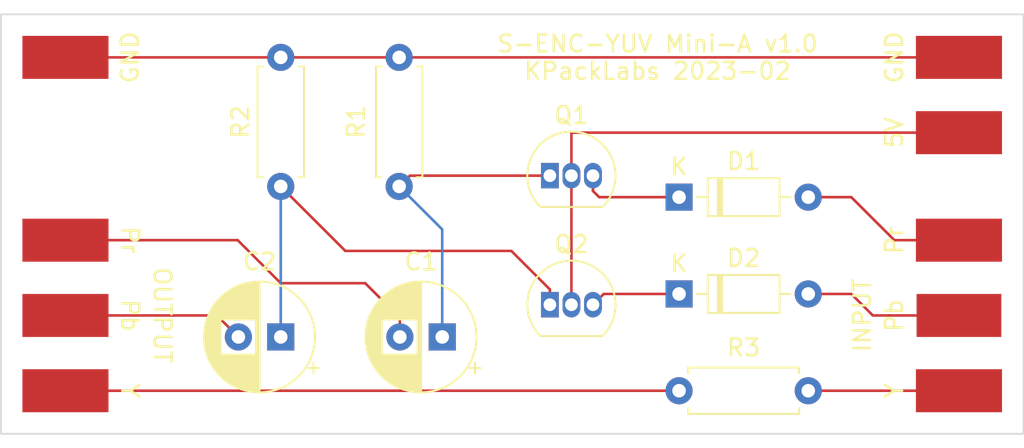
<source format=kicad_pcb>
(kicad_pcb (version 20171130) (host pcbnew "(5.1.5)-3")

  (general
    (thickness 1.6)
    (drawings 13)
    (tracks 35)
    (zones 0)
    (modules 18)
    (nets 13)
  )

  (page A4)
  (layers
    (0 Top signal)
    (31 Bottom signal)
    (34 B.Paste user)
    (35 F.Paste user)
    (36 B.SilkS user)
    (37 F.SilkS user)
    (38 B.Mask user)
    (39 F.Mask user)
    (40 Dwgs.User user)
    (41 Cmts.User user)
    (42 Eco1.User user)
    (43 Eco2.User user)
    (44 Edge.Cuts user)
    (45 Margin user)
    (46 B.CrtYd user)
    (47 F.CrtYd user)
    (48 B.Fab user)
    (49 F.Fab user)
  )

  (setup
    (last_trace_width 0.1524)
    (trace_clearance 0.1524)
    (zone_clearance 0.508)
    (zone_45_only no)
    (trace_min 0.1524)
    (via_size 0.508)
    (via_drill 0.254)
    (via_min_size 0.508)
    (via_min_drill 0.254)
    (uvia_size 0.508)
    (uvia_drill 0.254)
    (uvias_allowed no)
    (uvia_min_size 0.2)
    (uvia_min_drill 0.1)
    (edge_width 0.15)
    (segment_width 0.2)
    (pcb_text_width 0.3)
    (pcb_text_size 1.5 1.5)
    (mod_edge_width 0.15)
    (mod_text_size 1 1)
    (mod_text_width 0.15)
    (pad_size 1.524 1.524)
    (pad_drill 0.762)
    (pad_to_mask_clearance 0.0508)
    (aux_axis_origin 0 0)
    (visible_elements 7FFFFFFF)
    (pcbplotparams
      (layerselection 0x010fc_ffffffff)
      (usegerberextensions false)
      (usegerberattributes false)
      (usegerberadvancedattributes false)
      (creategerberjobfile false)
      (excludeedgelayer true)
      (linewidth 0.100000)
      (plotframeref false)
      (viasonmask false)
      (mode 1)
      (useauxorigin false)
      (hpglpennumber 1)
      (hpglpenspeed 20)
      (hpglpendiameter 15.000000)
      (psnegative false)
      (psa4output false)
      (plotreference true)
      (plotvalue true)
      (plotinvisibletext false)
      (padsonsilk false)
      (subtractmaskfromsilk false)
      (outputformat 1)
      (mirror false)
      (drillshape 1)
      (scaleselection 1)
      (outputdirectory ""))
  )

  (net 0 "")
  (net 1 "Net-(C1-Pad2)")
  (net 2 "Net-(C1-Pad1)")
  (net 3 "Net-(C2-Pad2)")
  (net 4 "Net-(C2-Pad1)")
  (net 5 "Net-(D1-Pad2)")
  (net 6 "Net-(D1-Pad1)")
  (net 7 "Net-(D2-Pad2)")
  (net 8 "Net-(D2-Pad1)")
  (net 9 +5V)
  (net 10 GND)
  (net 11 "Net-(J5-Pad1)")
  (net 12 "Net-(J9-Pad1)")

  (net_class Default "This is the default net class."
    (clearance 0.1524)
    (trace_width 0.1524)
    (via_dia 0.508)
    (via_drill 0.254)
    (uvia_dia 0.508)
    (uvia_drill 0.254)
    (diff_pair_width 0.1524)
    (diff_pair_gap 0.1524)
    (add_net +5V)
    (add_net GND)
    (add_net "Net-(C1-Pad1)")
    (add_net "Net-(C1-Pad2)")
    (add_net "Net-(C2-Pad1)")
    (add_net "Net-(C2-Pad2)")
    (add_net "Net-(D1-Pad1)")
    (add_net "Net-(D1-Pad2)")
    (add_net "Net-(D2-Pad1)")
    (add_net "Net-(D2-Pad2)")
    (add_net "Net-(J5-Pad1)")
    (add_net "Net-(J9-Pad1)")
  )

  (module Connector_Wire:SolderWirePad_1x01_SMD_5x10mm (layer Top) (tedit 63F2A66A) (tstamp 63F2AED5)
    (at 147.955 51.435)
    (descr "Wire Pad, Square, SMD Pad,  5mm x 10mm,")
    (tags "MesurementPoint Square SMDPad 5mmx10mm ")
    (path /63F36AB4)
    (attr smd virtual)
    (fp_text reference J1 (at 0 -2.54) (layer F.Fab)
      (effects (font (size 1 1) (thickness 0.15)))
    )
    (fp_text value 5V (at -3.81 0 90) (layer F.SilkS)
      (effects (font (size 1 1) (thickness 0.15)))
    )
    (fp_line (start -2.75 -1.524) (end -2.75 1.524) (layer F.CrtYd) (width 0.05))
    (fp_line (start -2.75 1.524) (end 2.75 1.524) (layer F.CrtYd) (width 0.05))
    (fp_line (start 2.75 1.524) (end 2.75 -1.524) (layer F.CrtYd) (width 0.05))
    (fp_line (start 2.75 -1.524) (end -2.75 -1.524) (layer F.CrtYd) (width 0.05))
    (fp_text user %R (at 0 0) (layer F.Fab)
      (effects (font (size 1 1) (thickness 0.15)))
    )
    (pad 1 smd rect (at 0 0) (size 5.08 2.54) (layers Top F.Paste F.Mask)
      (net 9 +5V))
  )

  (module Connector_Wire:SolderWirePad_1x01_SMD_5x10mm (layer Top) (tedit 63F2A647) (tstamp 63F2AEDF)
    (at 147.955 46.99)
    (descr "Wire Pad, Square, SMD Pad,  5mm x 10mm,")
    (tags "MesurementPoint Square SMDPad 5mmx10mm ")
    (path /63F3650D)
    (attr smd virtual)
    (fp_text reference J2 (at 0 -2.54) (layer F.Fab)
      (effects (font (size 1 1) (thickness 0.15)))
    )
    (fp_text value GND (at -3.81 0 90) (layer F.SilkS)
      (effects (font (size 1 1) (thickness 0.15)))
    )
    (fp_line (start -2.75 -1.524) (end -2.75 1.524) (layer F.CrtYd) (width 0.05))
    (fp_line (start -2.75 1.524) (end 2.75 1.524) (layer F.CrtYd) (width 0.05))
    (fp_line (start 2.75 1.524) (end 2.75 -1.524) (layer F.CrtYd) (width 0.05))
    (fp_line (start 2.75 -1.524) (end -2.75 -1.524) (layer F.CrtYd) (width 0.05))
    (fp_text user %R (at 0 0) (layer F.Fab)
      (effects (font (size 1 1) (thickness 0.15)))
    )
    (pad 1 smd rect (at 0 0) (size 5.08 2.54) (layers Top F.Paste F.Mask)
      (net 10 GND))
  )

  (module Connector_Wire:SolderWirePad_1x01_SMD_5x10mm (layer Top) (tedit 63F2A618) (tstamp 63F2AEFD)
    (at 147.955 66.675)
    (descr "Wire Pad, Square, SMD Pad,  5mm x 10mm,")
    (tags "MesurementPoint Square SMDPad 5mmx10mm ")
    (path /63F352A2)
    (attr smd virtual)
    (fp_text reference J5 (at 0 -2.54) (layer F.Fab)
      (effects (font (size 1 1) (thickness 0.15)))
    )
    (fp_text value Y_IN (at 0 2.54) (layer F.Fab)
      (effects (font (size 1 1) (thickness 0.15)))
    )
    (fp_line (start -2.75 -1.524) (end -2.75 1.524) (layer F.CrtYd) (width 0.05))
    (fp_line (start -2.75 1.524) (end 2.75 1.524) (layer F.CrtYd) (width 0.05))
    (fp_line (start 2.75 1.524) (end 2.75 -1.524) (layer F.CrtYd) (width 0.05))
    (fp_line (start 2.75 -1.524) (end -2.75 -1.524) (layer F.CrtYd) (width 0.05))
    (fp_text user %R (at 0 0) (layer F.Fab)
      (effects (font (size 1 1) (thickness 0.15)))
    )
    (pad 1 smd rect (at 0 0) (size 5.08 2.54) (layers Top F.Paste F.Mask)
      (net 11 "Net-(J5-Pad1)"))
  )

  (module Connector_Wire:SolderWirePad_1x01_SMD_5x10mm (layer Top) (tedit 63F2A5F1) (tstamp 63F2AEE9)
    (at 147.955 57.785)
    (descr "Wire Pad, Square, SMD Pad,  5mm x 10mm,")
    (tags "MesurementPoint Square SMDPad 5mmx10mm ")
    (path /63F35FBA)
    (attr smd virtual)
    (fp_text reference J3 (at 0 -2.54) (layer F.Fab)
      (effects (font (size 1 1) (thickness 0.15)))
    )
    (fp_text value Pr_IN (at 0 2.54) (layer F.Fab)
      (effects (font (size 1 1) (thickness 0.15)))
    )
    (fp_line (start -2.75 -1.524) (end -2.75 1.524) (layer F.CrtYd) (width 0.05))
    (fp_line (start -2.75 1.524) (end 2.75 1.524) (layer F.CrtYd) (width 0.05))
    (fp_line (start 2.75 1.524) (end 2.75 -1.524) (layer F.CrtYd) (width 0.05))
    (fp_line (start 2.75 -1.524) (end -2.75 -1.524) (layer F.CrtYd) (width 0.05))
    (fp_text user %R (at 0 0) (layer F.Fab)
      (effects (font (size 1 1) (thickness 0.15)))
    )
    (pad 1 smd rect (at 0 0) (size 5.08 2.54) (layers Top F.Paste F.Mask)
      (net 5 "Net-(D1-Pad2)"))
  )

  (module Connector_Wire:SolderWirePad_1x01_SMD_5x10mm (layer Top) (tedit 63F2A5C5) (tstamp 63F2AF11)
    (at 95.25 57.785)
    (descr "Wire Pad, Square, SMD Pad,  5mm x 10mm,")
    (tags "MesurementPoint Square SMDPad 5mmx10mm ")
    (path /63F509AD)
    (attr smd virtual)
    (fp_text reference J7 (at 0 -2.54) (layer F.Fab)
      (effects (font (size 1 1) (thickness 0.15)))
    )
    (fp_text value Pr_OUT (at 0 2.54) (layer F.Fab)
      (effects (font (size 1 1) (thickness 0.15)))
    )
    (fp_line (start -2.75 -1.524) (end -2.75 1.524) (layer F.CrtYd) (width 0.05))
    (fp_line (start -2.75 1.524) (end 2.75 1.524) (layer F.CrtYd) (width 0.05))
    (fp_line (start 2.75 1.524) (end 2.75 -1.524) (layer F.CrtYd) (width 0.05))
    (fp_line (start 2.75 -1.524) (end -2.75 -1.524) (layer F.CrtYd) (width 0.05))
    (fp_text user %R (at 0 0) (layer F.Fab)
      (effects (font (size 1 1) (thickness 0.15)))
    )
    (pad 1 smd rect (at 0 0) (size 5.08 2.54) (layers Top F.Paste F.Mask)
      (net 1 "Net-(C1-Pad2)"))
  )

  (module Connector_Wire:SolderWirePad_1x01_SMD_5x10mm (layer Top) (tedit 63F2A595) (tstamp 63F2AEF3)
    (at 147.955 62.23)
    (descr "Wire Pad, Square, SMD Pad,  5mm x 10mm,")
    (tags "MesurementPoint Square SMDPad 5mmx10mm ")
    (path /63F35BFA)
    (attr smd virtual)
    (fp_text reference J4 (at 0 -2.54) (layer F.Fab)
      (effects (font (size 1 1) (thickness 0.15)))
    )
    (fp_text value Pb_IN (at 0 2.54) (layer F.Fab)
      (effects (font (size 1 1) (thickness 0.15)))
    )
    (fp_line (start -2.75 -1.524) (end -2.75 1.524) (layer F.CrtYd) (width 0.05))
    (fp_line (start -2.75 1.524) (end 2.75 1.524) (layer F.CrtYd) (width 0.05))
    (fp_line (start 2.75 1.524) (end 2.75 -1.524) (layer F.CrtYd) (width 0.05))
    (fp_line (start 2.75 -1.524) (end -2.75 -1.524) (layer F.CrtYd) (width 0.05))
    (fp_text user %R (at 0 0) (layer F.Fab)
      (effects (font (size 1 1) (thickness 0.15)))
    )
    (pad 1 smd rect (at 0 0) (size 5 2.54) (layers Top F.Paste F.Mask)
      (net 7 "Net-(D2-Pad2)"))
  )

  (module Connector_Wire:SolderWirePad_1x01_SMD_5x10mm (layer Top) (tedit 63F2A56F) (tstamp 63F2AF1B)
    (at 95.25 62.23)
    (descr "Wire Pad, Square, SMD Pad,  5mm x 10mm,")
    (tags "MesurementPoint Square SMDPad 5mmx10mm ")
    (path /63F4F2F1)
    (attr smd virtual)
    (fp_text reference J8 (at 0 -2.54) (layer F.Fab)
      (effects (font (size 1 1) (thickness 0.15)))
    )
    (fp_text value Pb_OUT (at 0 2.54) (layer F.Fab)
      (effects (font (size 1 1) (thickness 0.15)))
    )
    (fp_line (start -2.75 -1.524) (end -2.75 1.524) (layer F.CrtYd) (width 0.05))
    (fp_line (start -2.75 1.524) (end 2.75 1.524) (layer F.CrtYd) (width 0.05))
    (fp_line (start 2.75 1.524) (end 2.75 -1.524) (layer F.CrtYd) (width 0.05))
    (fp_line (start 2.75 -1.524) (end -2.75 -1.524) (layer F.CrtYd) (width 0.05))
    (fp_text user %R (at 0 0) (layer F.Fab)
      (effects (font (size 1 1) (thickness 0.15)))
    )
    (pad 1 smd rect (at 0 0) (size 5.08 2.54) (layers Top F.Paste F.Mask)
      (net 3 "Net-(C2-Pad2)"))
  )

  (module Connector_Wire:SolderWirePad_1x01_SMD_5x10mm (layer Top) (tedit 63F2A544) (tstamp 63F2AF25)
    (at 95.25 66.675)
    (descr "Wire Pad, Square, SMD Pad,  5mm x 10mm,")
    (tags "MesurementPoint Square SMDPad 5mmx10mm ")
    (path /63F4D8BA)
    (attr smd virtual)
    (fp_text reference J9 (at 0 -2.54) (layer F.Fab)
      (effects (font (size 1 1) (thickness 0.15)))
    )
    (fp_text value Y_OUT (at 0 2.54) (layer F.Fab)
      (effects (font (size 1 1) (thickness 0.15)))
    )
    (fp_line (start -2.75 -1.524) (end -2.75 1.524) (layer F.CrtYd) (width 0.05))
    (fp_line (start -2.75 1.524) (end 2.75 1.524) (layer F.CrtYd) (width 0.05))
    (fp_line (start 2.75 1.524) (end 2.75 -1.524) (layer F.CrtYd) (width 0.05))
    (fp_line (start 2.75 -1.524) (end -2.75 -1.524) (layer F.CrtYd) (width 0.05))
    (fp_text user %R (at 0 0) (layer F.Fab)
      (effects (font (size 1 1) (thickness 0.15)))
    )
    (pad 1 smd rect (at 0 0) (size 5.08 2.54) (layers Top F.Paste F.Mask)
      (net 12 "Net-(J9-Pad1)"))
  )

  (module Connector_Wire:SolderWirePad_1x01_SMD_5x10mm (layer Top) (tedit 63F2A50B) (tstamp 63F2AF07)
    (at 95.25 46.99)
    (descr "Wire Pad, Square, SMD Pad,  5mm x 10mm,")
    (tags "MesurementPoint Square SMDPad 5mmx10mm ")
    (path /63F53503)
    (attr smd virtual)
    (fp_text reference J6 (at 0 -2.54) (layer F.Fab)
      (effects (font (size 1 1) (thickness 0.15)))
    )
    (fp_text value GND (at 3.81 0 -90) (layer F.SilkS)
      (effects (font (size 1 1) (thickness 0.15)))
    )
    (fp_line (start -2.75 -1.524) (end -2.75 1.524) (layer F.CrtYd) (width 0.05))
    (fp_line (start -2.75 1.524) (end 2.75 1.524) (layer F.CrtYd) (width 0.05))
    (fp_line (start 2.75 1.524) (end 2.75 -1.524) (layer F.CrtYd) (width 0.05))
    (fp_line (start 2.75 -1.524) (end -2.75 -1.524) (layer F.CrtYd) (width 0.05))
    (fp_text user %R (at 0 0) (layer F.Fab)
      (effects (font (size 1 1) (thickness 0.15)))
    )
    (pad 1 smd rect (at 0 0) (size 5.08 2.54) (layers Top F.Paste F.Mask)
      (net 10 GND))
  )

  (module Resistor_THT:R_Axial_DIN0207_L6.3mm_D2.5mm_P7.62mm_Horizontal (layer Top) (tedit 5AE5139B) (tstamp 63F2AF8E)
    (at 139.065 66.675 180)
    (descr "Resistor, Axial_DIN0207 series, Axial, Horizontal, pin pitch=7.62mm, 0.25W = 1/4W, length*diameter=6.3*2.5mm^2, http://cdn-reichelt.de/documents/datenblatt/B400/1_4W%23YAG.pdf")
    (tags "Resistor Axial_DIN0207 series Axial Horizontal pin pitch 7.62mm 0.25W = 1/4W length 6.3mm diameter 2.5mm")
    (path /63F3D581)
    (fp_text reference R3 (at 3.81 2.54) (layer F.SilkS)
      (effects (font (size 1 1) (thickness 0.15)))
    )
    (fp_text value "10 ohm" (at 3.81 2.37) (layer F.Fab)
      (effects (font (size 1 1) (thickness 0.15)))
    )
    (fp_text user %R (at 3.81 0) (layer F.Fab)
      (effects (font (size 1 1) (thickness 0.15)))
    )
    (fp_line (start 8.67 -1.5) (end -1.05 -1.5) (layer F.CrtYd) (width 0.05))
    (fp_line (start 8.67 1.5) (end 8.67 -1.5) (layer F.CrtYd) (width 0.05))
    (fp_line (start -1.05 1.5) (end 8.67 1.5) (layer F.CrtYd) (width 0.05))
    (fp_line (start -1.05 -1.5) (end -1.05 1.5) (layer F.CrtYd) (width 0.05))
    (fp_line (start 7.08 1.37) (end 7.08 1.04) (layer F.SilkS) (width 0.12))
    (fp_line (start 0.54 1.37) (end 7.08 1.37) (layer F.SilkS) (width 0.12))
    (fp_line (start 0.54 1.04) (end 0.54 1.37) (layer F.SilkS) (width 0.12))
    (fp_line (start 7.08 -1.37) (end 7.08 -1.04) (layer F.SilkS) (width 0.12))
    (fp_line (start 0.54 -1.37) (end 7.08 -1.37) (layer F.SilkS) (width 0.12))
    (fp_line (start 0.54 -1.04) (end 0.54 -1.37) (layer F.SilkS) (width 0.12))
    (fp_line (start 7.62 0) (end 6.96 0) (layer F.Fab) (width 0.1))
    (fp_line (start 0 0) (end 0.66 0) (layer F.Fab) (width 0.1))
    (fp_line (start 6.96 -1.25) (end 0.66 -1.25) (layer F.Fab) (width 0.1))
    (fp_line (start 6.96 1.25) (end 6.96 -1.25) (layer F.Fab) (width 0.1))
    (fp_line (start 0.66 1.25) (end 6.96 1.25) (layer F.Fab) (width 0.1))
    (fp_line (start 0.66 -1.25) (end 0.66 1.25) (layer F.Fab) (width 0.1))
    (pad 2 thru_hole oval (at 7.62 0 180) (size 1.6 1.6) (drill 0.8) (layers *.Cu *.Mask)
      (net 12 "Net-(J9-Pad1)"))
    (pad 1 thru_hole circle (at 0 0 180) (size 1.6 1.6) (drill 0.8) (layers *.Cu *.Mask)
      (net 11 "Net-(J5-Pad1)"))
    (model ${KISYS3DMOD}/Resistor_THT.3dshapes/R_Axial_DIN0207_L6.3mm_D2.5mm_P7.62mm_Horizontal.wrl
      (at (xyz 0 0 0))
      (scale (xyz 1 1 1))
      (rotate (xyz 0 0 0))
    )
  )

  (module Resistor_THT:R_Axial_DIN0207_L6.3mm_D2.5mm_P7.62mm_Horizontal (layer Top) (tedit 5AE5139B) (tstamp 63F2AF77)
    (at 107.95 54.61 90)
    (descr "Resistor, Axial_DIN0207 series, Axial, Horizontal, pin pitch=7.62mm, 0.25W = 1/4W, length*diameter=6.3*2.5mm^2, http://cdn-reichelt.de/documents/datenblatt/B400/1_4W%23YAG.pdf")
    (tags "Resistor Axial_DIN0207 series Axial Horizontal pin pitch 7.62mm 0.25W = 1/4W length 6.3mm diameter 2.5mm")
    (path /63F437F8)
    (fp_text reference R2 (at 3.81 -2.37 90) (layer F.SilkS)
      (effects (font (size 1 1) (thickness 0.15)))
    )
    (fp_text value "75 ohm" (at 3.81 2.37 90) (layer F.Fab)
      (effects (font (size 1 1) (thickness 0.15)))
    )
    (fp_text user %R (at 3.81 0 90) (layer F.Fab)
      (effects (font (size 1 1) (thickness 0.15)))
    )
    (fp_line (start 8.67 -1.5) (end -1.05 -1.5) (layer F.CrtYd) (width 0.05))
    (fp_line (start 8.67 1.5) (end 8.67 -1.5) (layer F.CrtYd) (width 0.05))
    (fp_line (start -1.05 1.5) (end 8.67 1.5) (layer F.CrtYd) (width 0.05))
    (fp_line (start -1.05 -1.5) (end -1.05 1.5) (layer F.CrtYd) (width 0.05))
    (fp_line (start 7.08 1.37) (end 7.08 1.04) (layer F.SilkS) (width 0.12))
    (fp_line (start 0.54 1.37) (end 7.08 1.37) (layer F.SilkS) (width 0.12))
    (fp_line (start 0.54 1.04) (end 0.54 1.37) (layer F.SilkS) (width 0.12))
    (fp_line (start 7.08 -1.37) (end 7.08 -1.04) (layer F.SilkS) (width 0.12))
    (fp_line (start 0.54 -1.37) (end 7.08 -1.37) (layer F.SilkS) (width 0.12))
    (fp_line (start 0.54 -1.04) (end 0.54 -1.37) (layer F.SilkS) (width 0.12))
    (fp_line (start 7.62 0) (end 6.96 0) (layer F.Fab) (width 0.1))
    (fp_line (start 0 0) (end 0.66 0) (layer F.Fab) (width 0.1))
    (fp_line (start 6.96 -1.25) (end 0.66 -1.25) (layer F.Fab) (width 0.1))
    (fp_line (start 6.96 1.25) (end 6.96 -1.25) (layer F.Fab) (width 0.1))
    (fp_line (start 0.66 1.25) (end 6.96 1.25) (layer F.Fab) (width 0.1))
    (fp_line (start 0.66 -1.25) (end 0.66 1.25) (layer F.Fab) (width 0.1))
    (pad 2 thru_hole oval (at 7.62 0 90) (size 1.6 1.6) (drill 0.8) (layers *.Cu *.Mask)
      (net 10 GND))
    (pad 1 thru_hole circle (at 0 0 90) (size 1.6 1.6) (drill 0.8) (layers *.Cu *.Mask)
      (net 4 "Net-(C2-Pad1)"))
    (model ${KISYS3DMOD}/Resistor_THT.3dshapes/R_Axial_DIN0207_L6.3mm_D2.5mm_P7.62mm_Horizontal.wrl
      (at (xyz 0 0 0))
      (scale (xyz 1 1 1))
      (rotate (xyz 0 0 0))
    )
  )

  (module Resistor_THT:R_Axial_DIN0207_L6.3mm_D2.5mm_P7.62mm_Horizontal (layer Top) (tedit 5AE5139B) (tstamp 63F2AF60)
    (at 114.935 46.99 270)
    (descr "Resistor, Axial_DIN0207 series, Axial, Horizontal, pin pitch=7.62mm, 0.25W = 1/4W, length*diameter=6.3*2.5mm^2, http://cdn-reichelt.de/documents/datenblatt/B400/1_4W%23YAG.pdf")
    (tags "Resistor Axial_DIN0207 series Axial Horizontal pin pitch 7.62mm 0.25W = 1/4W length 6.3mm diameter 2.5mm")
    (path /63F40F69)
    (fp_text reference R1 (at 3.81 2.54 90) (layer F.SilkS)
      (effects (font (size 1 1) (thickness 0.15)))
    )
    (fp_text value "75 ohm" (at 3.81 2.37 90) (layer F.Fab)
      (effects (font (size 1 1) (thickness 0.15)))
    )
    (fp_text user %R (at 3.81 0 90) (layer F.Fab)
      (effects (font (size 1 1) (thickness 0.15)))
    )
    (fp_line (start 8.67 -1.5) (end -1.05 -1.5) (layer F.CrtYd) (width 0.05))
    (fp_line (start 8.67 1.5) (end 8.67 -1.5) (layer F.CrtYd) (width 0.05))
    (fp_line (start -1.05 1.5) (end 8.67 1.5) (layer F.CrtYd) (width 0.05))
    (fp_line (start -1.05 -1.5) (end -1.05 1.5) (layer F.CrtYd) (width 0.05))
    (fp_line (start 7.08 1.37) (end 7.08 1.04) (layer F.SilkS) (width 0.12))
    (fp_line (start 0.54 1.37) (end 7.08 1.37) (layer F.SilkS) (width 0.12))
    (fp_line (start 0.54 1.04) (end 0.54 1.37) (layer F.SilkS) (width 0.12))
    (fp_line (start 7.08 -1.37) (end 7.08 -1.04) (layer F.SilkS) (width 0.12))
    (fp_line (start 0.54 -1.37) (end 7.08 -1.37) (layer F.SilkS) (width 0.12))
    (fp_line (start 0.54 -1.04) (end 0.54 -1.37) (layer F.SilkS) (width 0.12))
    (fp_line (start 7.62 0) (end 6.96 0) (layer F.Fab) (width 0.1))
    (fp_line (start 0 0) (end 0.66 0) (layer F.Fab) (width 0.1))
    (fp_line (start 6.96 -1.25) (end 0.66 -1.25) (layer F.Fab) (width 0.1))
    (fp_line (start 6.96 1.25) (end 6.96 -1.25) (layer F.Fab) (width 0.1))
    (fp_line (start 0.66 1.25) (end 6.96 1.25) (layer F.Fab) (width 0.1))
    (fp_line (start 0.66 -1.25) (end 0.66 1.25) (layer F.Fab) (width 0.1))
    (pad 2 thru_hole oval (at 7.62 0 270) (size 1.6 1.6) (drill 0.8) (layers *.Cu *.Mask)
      (net 2 "Net-(C1-Pad1)"))
    (pad 1 thru_hole circle (at 0 0 270) (size 1.6 1.6) (drill 0.8) (layers *.Cu *.Mask)
      (net 10 GND))
    (model ${KISYS3DMOD}/Resistor_THT.3dshapes/R_Axial_DIN0207_L6.3mm_D2.5mm_P7.62mm_Horizontal.wrl
      (at (xyz 0 0 0))
      (scale (xyz 1 1 1))
      (rotate (xyz 0 0 0))
    )
  )

  (module Package_TO_SOT_THT:TO-92_Inline (layer Top) (tedit 5A1DD157) (tstamp 63F2AF49)
    (at 123.825 61.595)
    (descr "TO-92 leads in-line, narrow, oval pads, drill 0.75mm (see NXP sot054_po.pdf)")
    (tags "to-92 sc-43 sc-43a sot54 PA33 transistor")
    (path /63F3F8C3)
    (fp_text reference Q2 (at 1.27 -3.56) (layer F.SilkS)
      (effects (font (size 1 1) (thickness 0.15)))
    )
    (fp_text value 2N3904 (at 1.27 2.79) (layer F.Fab)
      (effects (font (size 1 1) (thickness 0.15)))
    )
    (fp_arc (start 1.27 0) (end 1.27 -2.6) (angle 135) (layer F.SilkS) (width 0.12))
    (fp_arc (start 1.27 0) (end 1.27 -2.48) (angle -135) (layer F.Fab) (width 0.1))
    (fp_arc (start 1.27 0) (end 1.27 -2.6) (angle -135) (layer F.SilkS) (width 0.12))
    (fp_arc (start 1.27 0) (end 1.27 -2.48) (angle 135) (layer F.Fab) (width 0.1))
    (fp_line (start 4 2.01) (end -1.46 2.01) (layer F.CrtYd) (width 0.05))
    (fp_line (start 4 2.01) (end 4 -2.73) (layer F.CrtYd) (width 0.05))
    (fp_line (start -1.46 -2.73) (end -1.46 2.01) (layer F.CrtYd) (width 0.05))
    (fp_line (start -1.46 -2.73) (end 4 -2.73) (layer F.CrtYd) (width 0.05))
    (fp_line (start -0.5 1.75) (end 3 1.75) (layer F.Fab) (width 0.1))
    (fp_line (start -0.53 1.85) (end 3.07 1.85) (layer F.SilkS) (width 0.12))
    (fp_text user %R (at 1.27 -3.56) (layer F.Fab)
      (effects (font (size 1 1) (thickness 0.15)))
    )
    (pad 1 thru_hole rect (at 0 0) (size 1.05 1.5) (drill 0.75) (layers *.Cu *.Mask)
      (net 4 "Net-(C2-Pad1)"))
    (pad 3 thru_hole oval (at 2.54 0) (size 1.05 1.5) (drill 0.75) (layers *.Cu *.Mask)
      (net 8 "Net-(D2-Pad1)"))
    (pad 2 thru_hole oval (at 1.27 0) (size 1.05 1.5) (drill 0.75) (layers *.Cu *.Mask)
      (net 9 +5V))
    (model ${KISYS3DMOD}/Package_TO_SOT_THT.3dshapes/TO-92_Inline.wrl
      (at (xyz 0 0 0))
      (scale (xyz 1 1 1))
      (rotate (xyz 0 0 0))
    )
  )

  (module Package_TO_SOT_THT:TO-92_Inline (layer Top) (tedit 5A1DD157) (tstamp 63F2AF37)
    (at 123.825 53.975)
    (descr "TO-92 leads in-line, narrow, oval pads, drill 0.75mm (see NXP sot054_po.pdf)")
    (tags "to-92 sc-43 sc-43a sot54 PA33 transistor")
    (path /63F3E31C)
    (fp_text reference Q1 (at 1.27 -3.56) (layer F.SilkS)
      (effects (font (size 1 1) (thickness 0.15)))
    )
    (fp_text value 2N3904 (at 1.27 2.79) (layer F.Fab)
      (effects (font (size 1 1) (thickness 0.15)))
    )
    (fp_arc (start 1.27 0) (end 1.27 -2.6) (angle 135) (layer F.SilkS) (width 0.12))
    (fp_arc (start 1.27 0) (end 1.27 -2.48) (angle -135) (layer F.Fab) (width 0.1))
    (fp_arc (start 1.27 0) (end 1.27 -2.6) (angle -135) (layer F.SilkS) (width 0.12))
    (fp_arc (start 1.27 0) (end 1.27 -2.48) (angle 135) (layer F.Fab) (width 0.1))
    (fp_line (start 4 2.01) (end -1.46 2.01) (layer F.CrtYd) (width 0.05))
    (fp_line (start 4 2.01) (end 4 -2.73) (layer F.CrtYd) (width 0.05))
    (fp_line (start -1.46 -2.73) (end -1.46 2.01) (layer F.CrtYd) (width 0.05))
    (fp_line (start -1.46 -2.73) (end 4 -2.73) (layer F.CrtYd) (width 0.05))
    (fp_line (start -0.5 1.75) (end 3 1.75) (layer F.Fab) (width 0.1))
    (fp_line (start -0.53 1.85) (end 3.07 1.85) (layer F.SilkS) (width 0.12))
    (fp_text user %R (at 1.27 -3.56) (layer F.Fab)
      (effects (font (size 1 1) (thickness 0.15)))
    )
    (pad 1 thru_hole rect (at 0 0) (size 1.05 1.5) (drill 0.75) (layers *.Cu *.Mask)
      (net 2 "Net-(C1-Pad1)"))
    (pad 3 thru_hole oval (at 2.54 0) (size 1.05 1.5) (drill 0.75) (layers *.Cu *.Mask)
      (net 6 "Net-(D1-Pad1)"))
    (pad 2 thru_hole oval (at 1.27 0) (size 1.05 1.5) (drill 0.75) (layers *.Cu *.Mask)
      (net 9 +5V))
    (model ${KISYS3DMOD}/Package_TO_SOT_THT.3dshapes/TO-92_Inline.wrl
      (at (xyz 0 0 0))
      (scale (xyz 1 1 1))
      (rotate (xyz 0 0 0))
    )
  )

  (module Diode_THT:D_DO-35_SOD27_P7.62mm_Horizontal (layer Top) (tedit 5AE50CD5) (tstamp 63F2AECB)
    (at 131.445 60.96)
    (descr "Diode, DO-35_SOD27 series, Axial, Horizontal, pin pitch=7.62mm, , length*diameter=4*2mm^2, , http://www.diodes.com/_files/packages/DO-35.pdf")
    (tags "Diode DO-35_SOD27 series Axial Horizontal pin pitch 7.62mm  length 4mm diameter 2mm")
    (path /63F3950F)
    (fp_text reference D2 (at 3.81 -2.12) (layer F.SilkS)
      (effects (font (size 1 1) (thickness 0.15)))
    )
    (fp_text value 1N4148 (at 3.81 2.12) (layer F.Fab)
      (effects (font (size 1 1) (thickness 0.15)))
    )
    (fp_text user K (at 0 -1.8) (layer F.SilkS)
      (effects (font (size 1 1) (thickness 0.15)))
    )
    (fp_text user K (at 0 -1.8) (layer F.Fab)
      (effects (font (size 1 1) (thickness 0.15)))
    )
    (fp_text user %R (at 4.11 0) (layer F.Fab)
      (effects (font (size 0.8 0.8) (thickness 0.12)))
    )
    (fp_line (start 8.67 -1.25) (end -1.05 -1.25) (layer F.CrtYd) (width 0.05))
    (fp_line (start 8.67 1.25) (end 8.67 -1.25) (layer F.CrtYd) (width 0.05))
    (fp_line (start -1.05 1.25) (end 8.67 1.25) (layer F.CrtYd) (width 0.05))
    (fp_line (start -1.05 -1.25) (end -1.05 1.25) (layer F.CrtYd) (width 0.05))
    (fp_line (start 2.29 -1.12) (end 2.29 1.12) (layer F.SilkS) (width 0.12))
    (fp_line (start 2.53 -1.12) (end 2.53 1.12) (layer F.SilkS) (width 0.12))
    (fp_line (start 2.41 -1.12) (end 2.41 1.12) (layer F.SilkS) (width 0.12))
    (fp_line (start 6.58 0) (end 5.93 0) (layer F.SilkS) (width 0.12))
    (fp_line (start 1.04 0) (end 1.69 0) (layer F.SilkS) (width 0.12))
    (fp_line (start 5.93 -1.12) (end 1.69 -1.12) (layer F.SilkS) (width 0.12))
    (fp_line (start 5.93 1.12) (end 5.93 -1.12) (layer F.SilkS) (width 0.12))
    (fp_line (start 1.69 1.12) (end 5.93 1.12) (layer F.SilkS) (width 0.12))
    (fp_line (start 1.69 -1.12) (end 1.69 1.12) (layer F.SilkS) (width 0.12))
    (fp_line (start 2.31 -1) (end 2.31 1) (layer F.Fab) (width 0.1))
    (fp_line (start 2.51 -1) (end 2.51 1) (layer F.Fab) (width 0.1))
    (fp_line (start 2.41 -1) (end 2.41 1) (layer F.Fab) (width 0.1))
    (fp_line (start 7.62 0) (end 5.81 0) (layer F.Fab) (width 0.1))
    (fp_line (start 0 0) (end 1.81 0) (layer F.Fab) (width 0.1))
    (fp_line (start 5.81 -1) (end 1.81 -1) (layer F.Fab) (width 0.1))
    (fp_line (start 5.81 1) (end 5.81 -1) (layer F.Fab) (width 0.1))
    (fp_line (start 1.81 1) (end 5.81 1) (layer F.Fab) (width 0.1))
    (fp_line (start 1.81 -1) (end 1.81 1) (layer F.Fab) (width 0.1))
    (pad 2 thru_hole oval (at 7.62 0) (size 1.6 1.6) (drill 0.8) (layers *.Cu *.Mask)
      (net 7 "Net-(D2-Pad2)"))
    (pad 1 thru_hole rect (at 0 0) (size 1.6 1.6) (drill 0.8) (layers *.Cu *.Mask)
      (net 8 "Net-(D2-Pad1)"))
    (model ${KISYS3DMOD}/Diode_THT.3dshapes/D_DO-35_SOD27_P7.62mm_Horizontal.wrl
      (at (xyz 0 0 0))
      (scale (xyz 1 1 1))
      (rotate (xyz 0 0 0))
    )
  )

  (module Diode_THT:D_DO-35_SOD27_P7.62mm_Horizontal (layer Top) (tedit 5AE50CD5) (tstamp 63F2AEAC)
    (at 131.445 55.245)
    (descr "Diode, DO-35_SOD27 series, Axial, Horizontal, pin pitch=7.62mm, , length*diameter=4*2mm^2, , http://www.diodes.com/_files/packages/DO-35.pdf")
    (tags "Diode DO-35_SOD27 series Axial Horizontal pin pitch 7.62mm  length 4mm diameter 2mm")
    (path /63F3C81F)
    (fp_text reference D1 (at 3.81 -2.12) (layer F.SilkS)
      (effects (font (size 1 1) (thickness 0.15)))
    )
    (fp_text value 1N4148 (at 3.81 2.12) (layer F.Fab)
      (effects (font (size 1 1) (thickness 0.15)))
    )
    (fp_text user K (at 0 -1.8) (layer F.SilkS)
      (effects (font (size 1 1) (thickness 0.15)))
    )
    (fp_text user K (at 0 -1.8) (layer F.Fab)
      (effects (font (size 1 1) (thickness 0.15)))
    )
    (fp_text user %R (at 4.11 0) (layer F.Fab)
      (effects (font (size 0.8 0.8) (thickness 0.12)))
    )
    (fp_line (start 8.67 -1.25) (end -1.05 -1.25) (layer F.CrtYd) (width 0.05))
    (fp_line (start 8.67 1.25) (end 8.67 -1.25) (layer F.CrtYd) (width 0.05))
    (fp_line (start -1.05 1.25) (end 8.67 1.25) (layer F.CrtYd) (width 0.05))
    (fp_line (start -1.05 -1.25) (end -1.05 1.25) (layer F.CrtYd) (width 0.05))
    (fp_line (start 2.29 -1.12) (end 2.29 1.12) (layer F.SilkS) (width 0.12))
    (fp_line (start 2.53 -1.12) (end 2.53 1.12) (layer F.SilkS) (width 0.12))
    (fp_line (start 2.41 -1.12) (end 2.41 1.12) (layer F.SilkS) (width 0.12))
    (fp_line (start 6.58 0) (end 5.93 0) (layer F.SilkS) (width 0.12))
    (fp_line (start 1.04 0) (end 1.69 0) (layer F.SilkS) (width 0.12))
    (fp_line (start 5.93 -1.12) (end 1.69 -1.12) (layer F.SilkS) (width 0.12))
    (fp_line (start 5.93 1.12) (end 5.93 -1.12) (layer F.SilkS) (width 0.12))
    (fp_line (start 1.69 1.12) (end 5.93 1.12) (layer F.SilkS) (width 0.12))
    (fp_line (start 1.69 -1.12) (end 1.69 1.12) (layer F.SilkS) (width 0.12))
    (fp_line (start 2.31 -1) (end 2.31 1) (layer F.Fab) (width 0.1))
    (fp_line (start 2.51 -1) (end 2.51 1) (layer F.Fab) (width 0.1))
    (fp_line (start 2.41 -1) (end 2.41 1) (layer F.Fab) (width 0.1))
    (fp_line (start 7.62 0) (end 5.81 0) (layer F.Fab) (width 0.1))
    (fp_line (start 0 0) (end 1.81 0) (layer F.Fab) (width 0.1))
    (fp_line (start 5.81 -1) (end 1.81 -1) (layer F.Fab) (width 0.1))
    (fp_line (start 5.81 1) (end 5.81 -1) (layer F.Fab) (width 0.1))
    (fp_line (start 1.81 1) (end 5.81 1) (layer F.Fab) (width 0.1))
    (fp_line (start 1.81 -1) (end 1.81 1) (layer F.Fab) (width 0.1))
    (pad 2 thru_hole oval (at 7.62 0) (size 1.6 1.6) (drill 0.8) (layers *.Cu *.Mask)
      (net 5 "Net-(D1-Pad2)"))
    (pad 1 thru_hole rect (at 0 0) (size 1.6 1.6) (drill 0.8) (layers *.Cu *.Mask)
      (net 6 "Net-(D1-Pad1)"))
    (model ${KISYS3DMOD}/Diode_THT.3dshapes/D_DO-35_SOD27_P7.62mm_Horizontal.wrl
      (at (xyz 0 0 0))
      (scale (xyz 1 1 1))
      (rotate (xyz 0 0 0))
    )
  )

  (module Capacitor_THT:CP_Radial_D6.3mm_P2.50mm (layer Top) (tedit 5AE50EF0) (tstamp 63F2AE8D)
    (at 107.95 63.5 180)
    (descr "CP, Radial series, Radial, pin pitch=2.50mm, , diameter=6.3mm, Electrolytic Capacitor")
    (tags "CP Radial series Radial pin pitch 2.50mm  diameter 6.3mm Electrolytic Capacitor")
    (path /63F4B675)
    (fp_text reference C2 (at 1.25 4.445) (layer F.SilkS)
      (effects (font (size 1 1) (thickness 0.15)))
    )
    (fp_text value "220 uF" (at 1.25 4.4) (layer F.Fab)
      (effects (font (size 1 1) (thickness 0.15)))
    )
    (fp_text user %R (at 1.25 0) (layer F.Fab)
      (effects (font (size 1 1) (thickness 0.15)))
    )
    (fp_line (start -1.935241 -2.154) (end -1.935241 -1.524) (layer F.SilkS) (width 0.12))
    (fp_line (start -2.250241 -1.839) (end -1.620241 -1.839) (layer F.SilkS) (width 0.12))
    (fp_line (start 4.491 -0.402) (end 4.491 0.402) (layer F.SilkS) (width 0.12))
    (fp_line (start 4.451 -0.633) (end 4.451 0.633) (layer F.SilkS) (width 0.12))
    (fp_line (start 4.411 -0.802) (end 4.411 0.802) (layer F.SilkS) (width 0.12))
    (fp_line (start 4.371 -0.94) (end 4.371 0.94) (layer F.SilkS) (width 0.12))
    (fp_line (start 4.331 -1.059) (end 4.331 1.059) (layer F.SilkS) (width 0.12))
    (fp_line (start 4.291 -1.165) (end 4.291 1.165) (layer F.SilkS) (width 0.12))
    (fp_line (start 4.251 -1.262) (end 4.251 1.262) (layer F.SilkS) (width 0.12))
    (fp_line (start 4.211 -1.35) (end 4.211 1.35) (layer F.SilkS) (width 0.12))
    (fp_line (start 4.171 -1.432) (end 4.171 1.432) (layer F.SilkS) (width 0.12))
    (fp_line (start 4.131 -1.509) (end 4.131 1.509) (layer F.SilkS) (width 0.12))
    (fp_line (start 4.091 -1.581) (end 4.091 1.581) (layer F.SilkS) (width 0.12))
    (fp_line (start 4.051 -1.65) (end 4.051 1.65) (layer F.SilkS) (width 0.12))
    (fp_line (start 4.011 -1.714) (end 4.011 1.714) (layer F.SilkS) (width 0.12))
    (fp_line (start 3.971 -1.776) (end 3.971 1.776) (layer F.SilkS) (width 0.12))
    (fp_line (start 3.931 -1.834) (end 3.931 1.834) (layer F.SilkS) (width 0.12))
    (fp_line (start 3.891 -1.89) (end 3.891 1.89) (layer F.SilkS) (width 0.12))
    (fp_line (start 3.851 -1.944) (end 3.851 1.944) (layer F.SilkS) (width 0.12))
    (fp_line (start 3.811 -1.995) (end 3.811 1.995) (layer F.SilkS) (width 0.12))
    (fp_line (start 3.771 -2.044) (end 3.771 2.044) (layer F.SilkS) (width 0.12))
    (fp_line (start 3.731 -2.092) (end 3.731 2.092) (layer F.SilkS) (width 0.12))
    (fp_line (start 3.691 -2.137) (end 3.691 2.137) (layer F.SilkS) (width 0.12))
    (fp_line (start 3.651 -2.182) (end 3.651 2.182) (layer F.SilkS) (width 0.12))
    (fp_line (start 3.611 -2.224) (end 3.611 2.224) (layer F.SilkS) (width 0.12))
    (fp_line (start 3.571 -2.265) (end 3.571 2.265) (layer F.SilkS) (width 0.12))
    (fp_line (start 3.531 1.04) (end 3.531 2.305) (layer F.SilkS) (width 0.12))
    (fp_line (start 3.531 -2.305) (end 3.531 -1.04) (layer F.SilkS) (width 0.12))
    (fp_line (start 3.491 1.04) (end 3.491 2.343) (layer F.SilkS) (width 0.12))
    (fp_line (start 3.491 -2.343) (end 3.491 -1.04) (layer F.SilkS) (width 0.12))
    (fp_line (start 3.451 1.04) (end 3.451 2.38) (layer F.SilkS) (width 0.12))
    (fp_line (start 3.451 -2.38) (end 3.451 -1.04) (layer F.SilkS) (width 0.12))
    (fp_line (start 3.411 1.04) (end 3.411 2.416) (layer F.SilkS) (width 0.12))
    (fp_line (start 3.411 -2.416) (end 3.411 -1.04) (layer F.SilkS) (width 0.12))
    (fp_line (start 3.371 1.04) (end 3.371 2.45) (layer F.SilkS) (width 0.12))
    (fp_line (start 3.371 -2.45) (end 3.371 -1.04) (layer F.SilkS) (width 0.12))
    (fp_line (start 3.331 1.04) (end 3.331 2.484) (layer F.SilkS) (width 0.12))
    (fp_line (start 3.331 -2.484) (end 3.331 -1.04) (layer F.SilkS) (width 0.12))
    (fp_line (start 3.291 1.04) (end 3.291 2.516) (layer F.SilkS) (width 0.12))
    (fp_line (start 3.291 -2.516) (end 3.291 -1.04) (layer F.SilkS) (width 0.12))
    (fp_line (start 3.251 1.04) (end 3.251 2.548) (layer F.SilkS) (width 0.12))
    (fp_line (start 3.251 -2.548) (end 3.251 -1.04) (layer F.SilkS) (width 0.12))
    (fp_line (start 3.211 1.04) (end 3.211 2.578) (layer F.SilkS) (width 0.12))
    (fp_line (start 3.211 -2.578) (end 3.211 -1.04) (layer F.SilkS) (width 0.12))
    (fp_line (start 3.171 1.04) (end 3.171 2.607) (layer F.SilkS) (width 0.12))
    (fp_line (start 3.171 -2.607) (end 3.171 -1.04) (layer F.SilkS) (width 0.12))
    (fp_line (start 3.131 1.04) (end 3.131 2.636) (layer F.SilkS) (width 0.12))
    (fp_line (start 3.131 -2.636) (end 3.131 -1.04) (layer F.SilkS) (width 0.12))
    (fp_line (start 3.091 1.04) (end 3.091 2.664) (layer F.SilkS) (width 0.12))
    (fp_line (start 3.091 -2.664) (end 3.091 -1.04) (layer F.SilkS) (width 0.12))
    (fp_line (start 3.051 1.04) (end 3.051 2.69) (layer F.SilkS) (width 0.12))
    (fp_line (start 3.051 -2.69) (end 3.051 -1.04) (layer F.SilkS) (width 0.12))
    (fp_line (start 3.011 1.04) (end 3.011 2.716) (layer F.SilkS) (width 0.12))
    (fp_line (start 3.011 -2.716) (end 3.011 -1.04) (layer F.SilkS) (width 0.12))
    (fp_line (start 2.971 1.04) (end 2.971 2.742) (layer F.SilkS) (width 0.12))
    (fp_line (start 2.971 -2.742) (end 2.971 -1.04) (layer F.SilkS) (width 0.12))
    (fp_line (start 2.931 1.04) (end 2.931 2.766) (layer F.SilkS) (width 0.12))
    (fp_line (start 2.931 -2.766) (end 2.931 -1.04) (layer F.SilkS) (width 0.12))
    (fp_line (start 2.891 1.04) (end 2.891 2.79) (layer F.SilkS) (width 0.12))
    (fp_line (start 2.891 -2.79) (end 2.891 -1.04) (layer F.SilkS) (width 0.12))
    (fp_line (start 2.851 1.04) (end 2.851 2.812) (layer F.SilkS) (width 0.12))
    (fp_line (start 2.851 -2.812) (end 2.851 -1.04) (layer F.SilkS) (width 0.12))
    (fp_line (start 2.811 1.04) (end 2.811 2.834) (layer F.SilkS) (width 0.12))
    (fp_line (start 2.811 -2.834) (end 2.811 -1.04) (layer F.SilkS) (width 0.12))
    (fp_line (start 2.771 1.04) (end 2.771 2.856) (layer F.SilkS) (width 0.12))
    (fp_line (start 2.771 -2.856) (end 2.771 -1.04) (layer F.SilkS) (width 0.12))
    (fp_line (start 2.731 1.04) (end 2.731 2.876) (layer F.SilkS) (width 0.12))
    (fp_line (start 2.731 -2.876) (end 2.731 -1.04) (layer F.SilkS) (width 0.12))
    (fp_line (start 2.691 1.04) (end 2.691 2.896) (layer F.SilkS) (width 0.12))
    (fp_line (start 2.691 -2.896) (end 2.691 -1.04) (layer F.SilkS) (width 0.12))
    (fp_line (start 2.651 1.04) (end 2.651 2.916) (layer F.SilkS) (width 0.12))
    (fp_line (start 2.651 -2.916) (end 2.651 -1.04) (layer F.SilkS) (width 0.12))
    (fp_line (start 2.611 1.04) (end 2.611 2.934) (layer F.SilkS) (width 0.12))
    (fp_line (start 2.611 -2.934) (end 2.611 -1.04) (layer F.SilkS) (width 0.12))
    (fp_line (start 2.571 1.04) (end 2.571 2.952) (layer F.SilkS) (width 0.12))
    (fp_line (start 2.571 -2.952) (end 2.571 -1.04) (layer F.SilkS) (width 0.12))
    (fp_line (start 2.531 1.04) (end 2.531 2.97) (layer F.SilkS) (width 0.12))
    (fp_line (start 2.531 -2.97) (end 2.531 -1.04) (layer F.SilkS) (width 0.12))
    (fp_line (start 2.491 1.04) (end 2.491 2.986) (layer F.SilkS) (width 0.12))
    (fp_line (start 2.491 -2.986) (end 2.491 -1.04) (layer F.SilkS) (width 0.12))
    (fp_line (start 2.451 1.04) (end 2.451 3.002) (layer F.SilkS) (width 0.12))
    (fp_line (start 2.451 -3.002) (end 2.451 -1.04) (layer F.SilkS) (width 0.12))
    (fp_line (start 2.411 1.04) (end 2.411 3.018) (layer F.SilkS) (width 0.12))
    (fp_line (start 2.411 -3.018) (end 2.411 -1.04) (layer F.SilkS) (width 0.12))
    (fp_line (start 2.371 1.04) (end 2.371 3.033) (layer F.SilkS) (width 0.12))
    (fp_line (start 2.371 -3.033) (end 2.371 -1.04) (layer F.SilkS) (width 0.12))
    (fp_line (start 2.331 1.04) (end 2.331 3.047) (layer F.SilkS) (width 0.12))
    (fp_line (start 2.331 -3.047) (end 2.331 -1.04) (layer F.SilkS) (width 0.12))
    (fp_line (start 2.291 1.04) (end 2.291 3.061) (layer F.SilkS) (width 0.12))
    (fp_line (start 2.291 -3.061) (end 2.291 -1.04) (layer F.SilkS) (width 0.12))
    (fp_line (start 2.251 1.04) (end 2.251 3.074) (layer F.SilkS) (width 0.12))
    (fp_line (start 2.251 -3.074) (end 2.251 -1.04) (layer F.SilkS) (width 0.12))
    (fp_line (start 2.211 1.04) (end 2.211 3.086) (layer F.SilkS) (width 0.12))
    (fp_line (start 2.211 -3.086) (end 2.211 -1.04) (layer F.SilkS) (width 0.12))
    (fp_line (start 2.171 1.04) (end 2.171 3.098) (layer F.SilkS) (width 0.12))
    (fp_line (start 2.171 -3.098) (end 2.171 -1.04) (layer F.SilkS) (width 0.12))
    (fp_line (start 2.131 1.04) (end 2.131 3.11) (layer F.SilkS) (width 0.12))
    (fp_line (start 2.131 -3.11) (end 2.131 -1.04) (layer F.SilkS) (width 0.12))
    (fp_line (start 2.091 1.04) (end 2.091 3.121) (layer F.SilkS) (width 0.12))
    (fp_line (start 2.091 -3.121) (end 2.091 -1.04) (layer F.SilkS) (width 0.12))
    (fp_line (start 2.051 1.04) (end 2.051 3.131) (layer F.SilkS) (width 0.12))
    (fp_line (start 2.051 -3.131) (end 2.051 -1.04) (layer F.SilkS) (width 0.12))
    (fp_line (start 2.011 1.04) (end 2.011 3.141) (layer F.SilkS) (width 0.12))
    (fp_line (start 2.011 -3.141) (end 2.011 -1.04) (layer F.SilkS) (width 0.12))
    (fp_line (start 1.971 1.04) (end 1.971 3.15) (layer F.SilkS) (width 0.12))
    (fp_line (start 1.971 -3.15) (end 1.971 -1.04) (layer F.SilkS) (width 0.12))
    (fp_line (start 1.93 1.04) (end 1.93 3.159) (layer F.SilkS) (width 0.12))
    (fp_line (start 1.93 -3.159) (end 1.93 -1.04) (layer F.SilkS) (width 0.12))
    (fp_line (start 1.89 1.04) (end 1.89 3.167) (layer F.SilkS) (width 0.12))
    (fp_line (start 1.89 -3.167) (end 1.89 -1.04) (layer F.SilkS) (width 0.12))
    (fp_line (start 1.85 1.04) (end 1.85 3.175) (layer F.SilkS) (width 0.12))
    (fp_line (start 1.85 -3.175) (end 1.85 -1.04) (layer F.SilkS) (width 0.12))
    (fp_line (start 1.81 1.04) (end 1.81 3.182) (layer F.SilkS) (width 0.12))
    (fp_line (start 1.81 -3.182) (end 1.81 -1.04) (layer F.SilkS) (width 0.12))
    (fp_line (start 1.77 1.04) (end 1.77 3.189) (layer F.SilkS) (width 0.12))
    (fp_line (start 1.77 -3.189) (end 1.77 -1.04) (layer F.SilkS) (width 0.12))
    (fp_line (start 1.73 1.04) (end 1.73 3.195) (layer F.SilkS) (width 0.12))
    (fp_line (start 1.73 -3.195) (end 1.73 -1.04) (layer F.SilkS) (width 0.12))
    (fp_line (start 1.69 1.04) (end 1.69 3.201) (layer F.SilkS) (width 0.12))
    (fp_line (start 1.69 -3.201) (end 1.69 -1.04) (layer F.SilkS) (width 0.12))
    (fp_line (start 1.65 1.04) (end 1.65 3.206) (layer F.SilkS) (width 0.12))
    (fp_line (start 1.65 -3.206) (end 1.65 -1.04) (layer F.SilkS) (width 0.12))
    (fp_line (start 1.61 1.04) (end 1.61 3.211) (layer F.SilkS) (width 0.12))
    (fp_line (start 1.61 -3.211) (end 1.61 -1.04) (layer F.SilkS) (width 0.12))
    (fp_line (start 1.57 1.04) (end 1.57 3.215) (layer F.SilkS) (width 0.12))
    (fp_line (start 1.57 -3.215) (end 1.57 -1.04) (layer F.SilkS) (width 0.12))
    (fp_line (start 1.53 1.04) (end 1.53 3.218) (layer F.SilkS) (width 0.12))
    (fp_line (start 1.53 -3.218) (end 1.53 -1.04) (layer F.SilkS) (width 0.12))
    (fp_line (start 1.49 1.04) (end 1.49 3.222) (layer F.SilkS) (width 0.12))
    (fp_line (start 1.49 -3.222) (end 1.49 -1.04) (layer F.SilkS) (width 0.12))
    (fp_line (start 1.45 -3.224) (end 1.45 3.224) (layer F.SilkS) (width 0.12))
    (fp_line (start 1.41 -3.227) (end 1.41 3.227) (layer F.SilkS) (width 0.12))
    (fp_line (start 1.37 -3.228) (end 1.37 3.228) (layer F.SilkS) (width 0.12))
    (fp_line (start 1.33 -3.23) (end 1.33 3.23) (layer F.SilkS) (width 0.12))
    (fp_line (start 1.29 -3.23) (end 1.29 3.23) (layer F.SilkS) (width 0.12))
    (fp_line (start 1.25 -3.23) (end 1.25 3.23) (layer F.SilkS) (width 0.12))
    (fp_line (start -1.128972 -1.6885) (end -1.128972 -1.0585) (layer F.Fab) (width 0.1))
    (fp_line (start -1.443972 -1.3735) (end -0.813972 -1.3735) (layer F.Fab) (width 0.1))
    (fp_circle (center 1.25 0) (end 4.65 0) (layer F.CrtYd) (width 0.05))
    (fp_circle (center 1.25 0) (end 4.52 0) (layer F.SilkS) (width 0.12))
    (fp_circle (center 1.25 0) (end 4.4 0) (layer F.Fab) (width 0.1))
    (pad 2 thru_hole circle (at 2.5 0 180) (size 1.6 1.6) (drill 0.8) (layers *.Cu *.Mask)
      (net 3 "Net-(C2-Pad2)"))
    (pad 1 thru_hole rect (at 0 0 180) (size 1.6 1.6) (drill 0.8) (layers *.Cu *.Mask)
      (net 4 "Net-(C2-Pad1)"))
    (model ${KISYS3DMOD}/Capacitor_THT.3dshapes/CP_Radial_D6.3mm_P2.50mm.wrl
      (at (xyz 0 0 0))
      (scale (xyz 1 1 1))
      (rotate (xyz 0 0 0))
    )
  )

  (module Capacitor_THT:CP_Radial_D6.3mm_P2.50mm (layer Top) (tedit 5AE50EF0) (tstamp 63F2ADF9)
    (at 117.475 63.5 180)
    (descr "CP, Radial series, Radial, pin pitch=2.50mm, , diameter=6.3mm, Electrolytic Capacitor")
    (tags "CP Radial series Radial pin pitch 2.50mm  diameter 6.3mm Electrolytic Capacitor")
    (path /63F4A4AF)
    (fp_text reference C1 (at 1.25 4.445) (layer F.SilkS)
      (effects (font (size 1 1) (thickness 0.15)))
    )
    (fp_text value "220 uF" (at 1.25 4.4) (layer F.Fab)
      (effects (font (size 1 1) (thickness 0.15)))
    )
    (fp_text user %R (at 1.25 0) (layer F.Fab)
      (effects (font (size 1 1) (thickness 0.15)))
    )
    (fp_line (start -1.935241 -2.154) (end -1.935241 -1.524) (layer F.SilkS) (width 0.12))
    (fp_line (start -2.250241 -1.839) (end -1.620241 -1.839) (layer F.SilkS) (width 0.12))
    (fp_line (start 4.491 -0.402) (end 4.491 0.402) (layer F.SilkS) (width 0.12))
    (fp_line (start 4.451 -0.633) (end 4.451 0.633) (layer F.SilkS) (width 0.12))
    (fp_line (start 4.411 -0.802) (end 4.411 0.802) (layer F.SilkS) (width 0.12))
    (fp_line (start 4.371 -0.94) (end 4.371 0.94) (layer F.SilkS) (width 0.12))
    (fp_line (start 4.331 -1.059) (end 4.331 1.059) (layer F.SilkS) (width 0.12))
    (fp_line (start 4.291 -1.165) (end 4.291 1.165) (layer F.SilkS) (width 0.12))
    (fp_line (start 4.251 -1.262) (end 4.251 1.262) (layer F.SilkS) (width 0.12))
    (fp_line (start 4.211 -1.35) (end 4.211 1.35) (layer F.SilkS) (width 0.12))
    (fp_line (start 4.171 -1.432) (end 4.171 1.432) (layer F.SilkS) (width 0.12))
    (fp_line (start 4.131 -1.509) (end 4.131 1.509) (layer F.SilkS) (width 0.12))
    (fp_line (start 4.091 -1.581) (end 4.091 1.581) (layer F.SilkS) (width 0.12))
    (fp_line (start 4.051 -1.65) (end 4.051 1.65) (layer F.SilkS) (width 0.12))
    (fp_line (start 4.011 -1.714) (end 4.011 1.714) (layer F.SilkS) (width 0.12))
    (fp_line (start 3.971 -1.776) (end 3.971 1.776) (layer F.SilkS) (width 0.12))
    (fp_line (start 3.931 -1.834) (end 3.931 1.834) (layer F.SilkS) (width 0.12))
    (fp_line (start 3.891 -1.89) (end 3.891 1.89) (layer F.SilkS) (width 0.12))
    (fp_line (start 3.851 -1.944) (end 3.851 1.944) (layer F.SilkS) (width 0.12))
    (fp_line (start 3.811 -1.995) (end 3.811 1.995) (layer F.SilkS) (width 0.12))
    (fp_line (start 3.771 -2.044) (end 3.771 2.044) (layer F.SilkS) (width 0.12))
    (fp_line (start 3.731 -2.092) (end 3.731 2.092) (layer F.SilkS) (width 0.12))
    (fp_line (start 3.691 -2.137) (end 3.691 2.137) (layer F.SilkS) (width 0.12))
    (fp_line (start 3.651 -2.182) (end 3.651 2.182) (layer F.SilkS) (width 0.12))
    (fp_line (start 3.611 -2.224) (end 3.611 2.224) (layer F.SilkS) (width 0.12))
    (fp_line (start 3.571 -2.265) (end 3.571 2.265) (layer F.SilkS) (width 0.12))
    (fp_line (start 3.531 1.04) (end 3.531 2.305) (layer F.SilkS) (width 0.12))
    (fp_line (start 3.531 -2.305) (end 3.531 -1.04) (layer F.SilkS) (width 0.12))
    (fp_line (start 3.491 1.04) (end 3.491 2.343) (layer F.SilkS) (width 0.12))
    (fp_line (start 3.491 -2.343) (end 3.491 -1.04) (layer F.SilkS) (width 0.12))
    (fp_line (start 3.451 1.04) (end 3.451 2.38) (layer F.SilkS) (width 0.12))
    (fp_line (start 3.451 -2.38) (end 3.451 -1.04) (layer F.SilkS) (width 0.12))
    (fp_line (start 3.411 1.04) (end 3.411 2.416) (layer F.SilkS) (width 0.12))
    (fp_line (start 3.411 -2.416) (end 3.411 -1.04) (layer F.SilkS) (width 0.12))
    (fp_line (start 3.371 1.04) (end 3.371 2.45) (layer F.SilkS) (width 0.12))
    (fp_line (start 3.371 -2.45) (end 3.371 -1.04) (layer F.SilkS) (width 0.12))
    (fp_line (start 3.331 1.04) (end 3.331 2.484) (layer F.SilkS) (width 0.12))
    (fp_line (start 3.331 -2.484) (end 3.331 -1.04) (layer F.SilkS) (width 0.12))
    (fp_line (start 3.291 1.04) (end 3.291 2.516) (layer F.SilkS) (width 0.12))
    (fp_line (start 3.291 -2.516) (end 3.291 -1.04) (layer F.SilkS) (width 0.12))
    (fp_line (start 3.251 1.04) (end 3.251 2.548) (layer F.SilkS) (width 0.12))
    (fp_line (start 3.251 -2.548) (end 3.251 -1.04) (layer F.SilkS) (width 0.12))
    (fp_line (start 3.211 1.04) (end 3.211 2.578) (layer F.SilkS) (width 0.12))
    (fp_line (start 3.211 -2.578) (end 3.211 -1.04) (layer F.SilkS) (width 0.12))
    (fp_line (start 3.171 1.04) (end 3.171 2.607) (layer F.SilkS) (width 0.12))
    (fp_line (start 3.171 -2.607) (end 3.171 -1.04) (layer F.SilkS) (width 0.12))
    (fp_line (start 3.131 1.04) (end 3.131 2.636) (layer F.SilkS) (width 0.12))
    (fp_line (start 3.131 -2.636) (end 3.131 -1.04) (layer F.SilkS) (width 0.12))
    (fp_line (start 3.091 1.04) (end 3.091 2.664) (layer F.SilkS) (width 0.12))
    (fp_line (start 3.091 -2.664) (end 3.091 -1.04) (layer F.SilkS) (width 0.12))
    (fp_line (start 3.051 1.04) (end 3.051 2.69) (layer F.SilkS) (width 0.12))
    (fp_line (start 3.051 -2.69) (end 3.051 -1.04) (layer F.SilkS) (width 0.12))
    (fp_line (start 3.011 1.04) (end 3.011 2.716) (layer F.SilkS) (width 0.12))
    (fp_line (start 3.011 -2.716) (end 3.011 -1.04) (layer F.SilkS) (width 0.12))
    (fp_line (start 2.971 1.04) (end 2.971 2.742) (layer F.SilkS) (width 0.12))
    (fp_line (start 2.971 -2.742) (end 2.971 -1.04) (layer F.SilkS) (width 0.12))
    (fp_line (start 2.931 1.04) (end 2.931 2.766) (layer F.SilkS) (width 0.12))
    (fp_line (start 2.931 -2.766) (end 2.931 -1.04) (layer F.SilkS) (width 0.12))
    (fp_line (start 2.891 1.04) (end 2.891 2.79) (layer F.SilkS) (width 0.12))
    (fp_line (start 2.891 -2.79) (end 2.891 -1.04) (layer F.SilkS) (width 0.12))
    (fp_line (start 2.851 1.04) (end 2.851 2.812) (layer F.SilkS) (width 0.12))
    (fp_line (start 2.851 -2.812) (end 2.851 -1.04) (layer F.SilkS) (width 0.12))
    (fp_line (start 2.811 1.04) (end 2.811 2.834) (layer F.SilkS) (width 0.12))
    (fp_line (start 2.811 -2.834) (end 2.811 -1.04) (layer F.SilkS) (width 0.12))
    (fp_line (start 2.771 1.04) (end 2.771 2.856) (layer F.SilkS) (width 0.12))
    (fp_line (start 2.771 -2.856) (end 2.771 -1.04) (layer F.SilkS) (width 0.12))
    (fp_line (start 2.731 1.04) (end 2.731 2.876) (layer F.SilkS) (width 0.12))
    (fp_line (start 2.731 -2.876) (end 2.731 -1.04) (layer F.SilkS) (width 0.12))
    (fp_line (start 2.691 1.04) (end 2.691 2.896) (layer F.SilkS) (width 0.12))
    (fp_line (start 2.691 -2.896) (end 2.691 -1.04) (layer F.SilkS) (width 0.12))
    (fp_line (start 2.651 1.04) (end 2.651 2.916) (layer F.SilkS) (width 0.12))
    (fp_line (start 2.651 -2.916) (end 2.651 -1.04) (layer F.SilkS) (width 0.12))
    (fp_line (start 2.611 1.04) (end 2.611 2.934) (layer F.SilkS) (width 0.12))
    (fp_line (start 2.611 -2.934) (end 2.611 -1.04) (layer F.SilkS) (width 0.12))
    (fp_line (start 2.571 1.04) (end 2.571 2.952) (layer F.SilkS) (width 0.12))
    (fp_line (start 2.571 -2.952) (end 2.571 -1.04) (layer F.SilkS) (width 0.12))
    (fp_line (start 2.531 1.04) (end 2.531 2.97) (layer F.SilkS) (width 0.12))
    (fp_line (start 2.531 -2.97) (end 2.531 -1.04) (layer F.SilkS) (width 0.12))
    (fp_line (start 2.491 1.04) (end 2.491 2.986) (layer F.SilkS) (width 0.12))
    (fp_line (start 2.491 -2.986) (end 2.491 -1.04) (layer F.SilkS) (width 0.12))
    (fp_line (start 2.451 1.04) (end 2.451 3.002) (layer F.SilkS) (width 0.12))
    (fp_line (start 2.451 -3.002) (end 2.451 -1.04) (layer F.SilkS) (width 0.12))
    (fp_line (start 2.411 1.04) (end 2.411 3.018) (layer F.SilkS) (width 0.12))
    (fp_line (start 2.411 -3.018) (end 2.411 -1.04) (layer F.SilkS) (width 0.12))
    (fp_line (start 2.371 1.04) (end 2.371 3.033) (layer F.SilkS) (width 0.12))
    (fp_line (start 2.371 -3.033) (end 2.371 -1.04) (layer F.SilkS) (width 0.12))
    (fp_line (start 2.331 1.04) (end 2.331 3.047) (layer F.SilkS) (width 0.12))
    (fp_line (start 2.331 -3.047) (end 2.331 -1.04) (layer F.SilkS) (width 0.12))
    (fp_line (start 2.291 1.04) (end 2.291 3.061) (layer F.SilkS) (width 0.12))
    (fp_line (start 2.291 -3.061) (end 2.291 -1.04) (layer F.SilkS) (width 0.12))
    (fp_line (start 2.251 1.04) (end 2.251 3.074) (layer F.SilkS) (width 0.12))
    (fp_line (start 2.251 -3.074) (end 2.251 -1.04) (layer F.SilkS) (width 0.12))
    (fp_line (start 2.211 1.04) (end 2.211 3.086) (layer F.SilkS) (width 0.12))
    (fp_line (start 2.211 -3.086) (end 2.211 -1.04) (layer F.SilkS) (width 0.12))
    (fp_line (start 2.171 1.04) (end 2.171 3.098) (layer F.SilkS) (width 0.12))
    (fp_line (start 2.171 -3.098) (end 2.171 -1.04) (layer F.SilkS) (width 0.12))
    (fp_line (start 2.131 1.04) (end 2.131 3.11) (layer F.SilkS) (width 0.12))
    (fp_line (start 2.131 -3.11) (end 2.131 -1.04) (layer F.SilkS) (width 0.12))
    (fp_line (start 2.091 1.04) (end 2.091 3.121) (layer F.SilkS) (width 0.12))
    (fp_line (start 2.091 -3.121) (end 2.091 -1.04) (layer F.SilkS) (width 0.12))
    (fp_line (start 2.051 1.04) (end 2.051 3.131) (layer F.SilkS) (width 0.12))
    (fp_line (start 2.051 -3.131) (end 2.051 -1.04) (layer F.SilkS) (width 0.12))
    (fp_line (start 2.011 1.04) (end 2.011 3.141) (layer F.SilkS) (width 0.12))
    (fp_line (start 2.011 -3.141) (end 2.011 -1.04) (layer F.SilkS) (width 0.12))
    (fp_line (start 1.971 1.04) (end 1.971 3.15) (layer F.SilkS) (width 0.12))
    (fp_line (start 1.971 -3.15) (end 1.971 -1.04) (layer F.SilkS) (width 0.12))
    (fp_line (start 1.93 1.04) (end 1.93 3.159) (layer F.SilkS) (width 0.12))
    (fp_line (start 1.93 -3.159) (end 1.93 -1.04) (layer F.SilkS) (width 0.12))
    (fp_line (start 1.89 1.04) (end 1.89 3.167) (layer F.SilkS) (width 0.12))
    (fp_line (start 1.89 -3.167) (end 1.89 -1.04) (layer F.SilkS) (width 0.12))
    (fp_line (start 1.85 1.04) (end 1.85 3.175) (layer F.SilkS) (width 0.12))
    (fp_line (start 1.85 -3.175) (end 1.85 -1.04) (layer F.SilkS) (width 0.12))
    (fp_line (start 1.81 1.04) (end 1.81 3.182) (layer F.SilkS) (width 0.12))
    (fp_line (start 1.81 -3.182) (end 1.81 -1.04) (layer F.SilkS) (width 0.12))
    (fp_line (start 1.77 1.04) (end 1.77 3.189) (layer F.SilkS) (width 0.12))
    (fp_line (start 1.77 -3.189) (end 1.77 -1.04) (layer F.SilkS) (width 0.12))
    (fp_line (start 1.73 1.04) (end 1.73 3.195) (layer F.SilkS) (width 0.12))
    (fp_line (start 1.73 -3.195) (end 1.73 -1.04) (layer F.SilkS) (width 0.12))
    (fp_line (start 1.69 1.04) (end 1.69 3.201) (layer F.SilkS) (width 0.12))
    (fp_line (start 1.69 -3.201) (end 1.69 -1.04) (layer F.SilkS) (width 0.12))
    (fp_line (start 1.65 1.04) (end 1.65 3.206) (layer F.SilkS) (width 0.12))
    (fp_line (start 1.65 -3.206) (end 1.65 -1.04) (layer F.SilkS) (width 0.12))
    (fp_line (start 1.61 1.04) (end 1.61 3.211) (layer F.SilkS) (width 0.12))
    (fp_line (start 1.61 -3.211) (end 1.61 -1.04) (layer F.SilkS) (width 0.12))
    (fp_line (start 1.57 1.04) (end 1.57 3.215) (layer F.SilkS) (width 0.12))
    (fp_line (start 1.57 -3.215) (end 1.57 -1.04) (layer F.SilkS) (width 0.12))
    (fp_line (start 1.53 1.04) (end 1.53 3.218) (layer F.SilkS) (width 0.12))
    (fp_line (start 1.53 -3.218) (end 1.53 -1.04) (layer F.SilkS) (width 0.12))
    (fp_line (start 1.49 1.04) (end 1.49 3.222) (layer F.SilkS) (width 0.12))
    (fp_line (start 1.49 -3.222) (end 1.49 -1.04) (layer F.SilkS) (width 0.12))
    (fp_line (start 1.45 -3.224) (end 1.45 3.224) (layer F.SilkS) (width 0.12))
    (fp_line (start 1.41 -3.227) (end 1.41 3.227) (layer F.SilkS) (width 0.12))
    (fp_line (start 1.37 -3.228) (end 1.37 3.228) (layer F.SilkS) (width 0.12))
    (fp_line (start 1.33 -3.23) (end 1.33 3.23) (layer F.SilkS) (width 0.12))
    (fp_line (start 1.29 -3.23) (end 1.29 3.23) (layer F.SilkS) (width 0.12))
    (fp_line (start 1.25 -3.23) (end 1.25 3.23) (layer F.SilkS) (width 0.12))
    (fp_line (start -1.128972 -1.6885) (end -1.128972 -1.0585) (layer F.Fab) (width 0.1))
    (fp_line (start -1.443972 -1.3735) (end -0.813972 -1.3735) (layer F.Fab) (width 0.1))
    (fp_circle (center 1.25 0) (end 4.65 0) (layer F.CrtYd) (width 0.05))
    (fp_circle (center 1.25 0) (end 4.52 0) (layer F.SilkS) (width 0.12))
    (fp_circle (center 1.25 0) (end 4.4 0) (layer F.Fab) (width 0.1))
    (pad 2 thru_hole circle (at 2.5 0 180) (size 1.6 1.6) (drill 0.8) (layers *.Cu *.Mask)
      (net 1 "Net-(C1-Pad2)"))
    (pad 1 thru_hole rect (at 0 0 180) (size 1.6 1.6) (drill 0.8) (layers *.Cu *.Mask)
      (net 2 "Net-(C1-Pad1)"))
    (model ${KISYS3DMOD}/Capacitor_THT.3dshapes/CP_Radial_D6.3mm_P2.50mm.wrl
      (at (xyz 0 0 0))
      (scale (xyz 1 1 1))
      (rotate (xyz 0 0 0))
    )
  )

  (gr_text "S-ENC-YUV Mini-A v1.0\nKPackLabs 2023-02" (at 130.175 46.99) (layer F.SilkS)
    (effects (font (size 1 1) (thickness 0.15)))
  )
  (gr_line (start 151.765 44.45) (end 151.765 69.215) (layer Edge.Cuts) (width 0.1))
  (gr_line (start 91.44 44.45) (end 151.765 44.45) (layer Edge.Cuts) (width 0.1))
  (gr_line (start 91.44 69.215) (end 91.44 44.45) (layer Edge.Cuts) (width 0.1))
  (gr_line (start 151.765 69.215) (end 91.44 69.215) (layer Edge.Cuts) (width 0.1))
  (gr_text INPUT (at 142.24 62.23 90) (layer F.SilkS)
    (effects (font (size 1 1) (thickness 0.15)))
  )
  (gr_text OUTPUT (at 100.965 62.23 -90) (layer F.SilkS)
    (effects (font (size 1 1) (thickness 0.15)))
  )
  (gr_text Y (at 144.145 66.675 90) (layer F.SilkS)
    (effects (font (size 1 1) (thickness 0.15)))
  )
  (gr_text Pb (at 144.145 62.23 90) (layer F.SilkS)
    (effects (font (size 1 1) (thickness 0.15)))
  )
  (gr_text Pr (at 144.145 57.785 90) (layer F.SilkS)
    (effects (font (size 1 1) (thickness 0.15)))
  )
  (gr_text Y (at 99.06 66.675 -90) (layer F.SilkS)
    (effects (font (size 1 1) (thickness 0.15)))
  )
  (gr_text Pb (at 99.06 62.23 -90) (layer F.SilkS)
    (effects (font (size 1 1) (thickness 0.15)))
  )
  (gr_text Pr (at 99.06 57.785 -90) (layer F.SilkS)
    (effects (font (size 1 1) (thickness 0.15)))
  )

  (segment (start 114.975 62.36863) (end 112.93137 60.325) (width 0.1524) (layer Top) (net 1))
  (segment (start 114.975 63.5) (end 114.975 62.36863) (width 0.1524) (layer Top) (net 1))
  (segment (start 112.93137 60.325) (end 107.95 60.325) (width 0.1524) (layer Top) (net 1))
  (segment (start 105.41 57.785) (end 95.25 57.785) (width 0.1524) (layer Top) (net 1))
  (segment (start 107.95 60.325) (end 105.41 57.785) (width 0.1524) (layer Top) (net 1))
  (segment (start 115.57 53.975) (end 114.935 54.61) (width 0.1524) (layer Top) (net 2))
  (segment (start 123.825 53.975) (end 115.57 53.975) (width 0.1524) (layer Top) (net 2))
  (segment (start 114.935 54.61) (end 117.475 57.15) (width 0.1524) (layer Bottom) (net 2))
  (segment (start 117.475 57.15) (end 117.475 63.5) (width 0.1524) (layer Bottom) (net 2))
  (segment (start 104.18 62.23) (end 105.45 63.5) (width 0.1524) (layer Top) (net 3))
  (segment (start 95.25 62.23) (end 104.18 62.23) (width 0.1524) (layer Top) (net 3))
  (segment (start 123.825 60.6926) (end 121.5524 58.42) (width 0.1524) (layer Top) (net 4))
  (segment (start 123.825 61.595) (end 123.825 60.6926) (width 0.1524) (layer Top) (net 4))
  (segment (start 111.76 58.42) (end 107.95 54.61) (width 0.1524) (layer Top) (net 4))
  (segment (start 121.5524 58.42) (end 111.76 58.42) (width 0.1524) (layer Top) (net 4))
  (segment (start 107.95 54.61) (end 107.95 63.5) (width 0.1524) (layer Bottom) (net 4))
  (segment (start 147.955 57.785) (end 144.145 57.785) (width 0.1524) (layer Top) (net 5))
  (segment (start 141.605 55.245) (end 139.065 55.245) (width 0.1524) (layer Top) (net 5))
  (segment (start 144.145 57.785) (end 141.605 55.245) (width 0.1524) (layer Top) (net 5))
  (segment (start 126.365 54.8774) (end 126.365 53.975) (width 0.1524) (layer Top) (net 6))
  (segment (start 126.7326 55.245) (end 126.365 54.8774) (width 0.1524) (layer Top) (net 6))
  (segment (start 131.445 55.245) (end 126.7326 55.245) (width 0.1524) (layer Top) (net 6))
  (segment (start 147.955 62.23) (end 142.875 62.23) (width 0.1524) (layer Top) (net 7))
  (segment (start 141.605 60.96) (end 139.065 60.96) (width 0.1524) (layer Top) (net 7))
  (segment (start 142.875 62.23) (end 141.605 60.96) (width 0.1524) (layer Top) (net 7))
  (segment (start 127 60.96) (end 126.365 61.595) (width 0.1524) (layer Top) (net 8))
  (segment (start 131.445 60.96) (end 127 60.96) (width 0.1524) (layer Top) (net 8))
  (segment (start 147.955 51.435) (end 125.095 51.435) (width 0.1524) (layer Top) (net 9))
  (segment (start 125.095 51.435) (end 125.095 53.975) (width 0.1524) (layer Top) (net 9))
  (segment (start 125.095 53.975) (end 125.095 61.595) (width 0.1524) (layer Top) (net 9))
  (segment (start 147.955 46.99) (end 114.935 46.99) (width 0.1524) (layer Top) (net 10))
  (segment (start 114.935 46.99) (end 107.95 46.99) (width 0.1524) (layer Top) (net 10))
  (segment (start 107.95 46.99) (end 95.25 46.99) (width 0.1524) (layer Top) (net 10))
  (segment (start 147.955 66.675) (end 139.065 66.675) (width 0.1524) (layer Top) (net 11))
  (segment (start 131.445 66.675) (end 95.25 66.675) (width 0.1524) (layer Top) (net 12))

)

</source>
